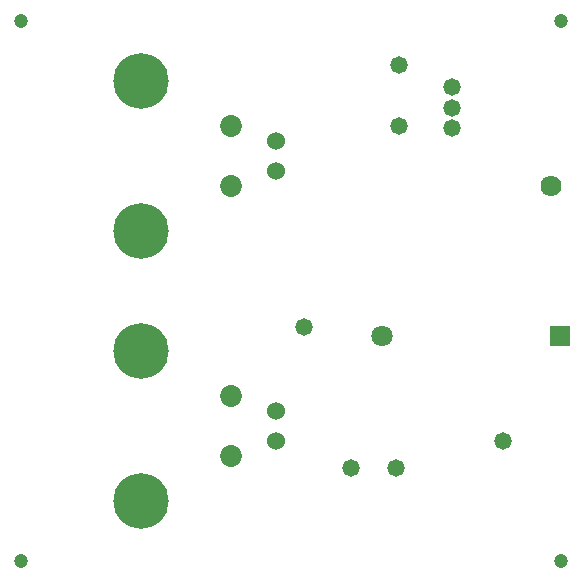
<source format=gbs>
G04*
G04 #@! TF.GenerationSoftware,Altium Limited,Altium Designer,22.5.1 (42)*
G04*
G04 Layer_Color=16711935*
%FSLAX43Y43*%
%MOMM*%
G71*
G04*
G04 #@! TF.SameCoordinates,A77E8290-A955-47A2-8026-EEB05ABB935E*
G04*
G04*
G04 #@! TF.FilePolarity,Negative*
G04*
G01*
G75*
%ADD41C,4.703*%
%ADD42C,1.853*%
%ADD43R,1.803X1.803*%
%ADD44C,1.803*%
%ADD45C,1.780*%
%ADD46C,1.524*%
%ADD47C,1.203*%
%ADD48C,1.473*%
D41*
X38100Y33020D02*
D03*
Y45720D02*
D03*
Y55880D02*
D03*
Y68580D02*
D03*
D42*
X45720Y41910D02*
D03*
Y36830D02*
D03*
Y64770D02*
D03*
Y59690D02*
D03*
D43*
X73540Y46990D02*
D03*
D44*
X58540D02*
D03*
D45*
X72830Y59690D02*
D03*
D46*
X49530Y60960D02*
D03*
Y63500D02*
D03*
Y38100D02*
D03*
Y40640D02*
D03*
D47*
X73660Y73660D02*
D03*
Y27940D02*
D03*
X27940Y73660D02*
D03*
Y27940D02*
D03*
D48*
X51940Y47752D02*
D03*
X64389Y66294D02*
D03*
Y68072D02*
D03*
Y64643D02*
D03*
X59944Y64770D02*
D03*
Y69977D02*
D03*
X55880Y35814D02*
D03*
X59690D02*
D03*
X68707Y38100D02*
D03*
M02*

</source>
